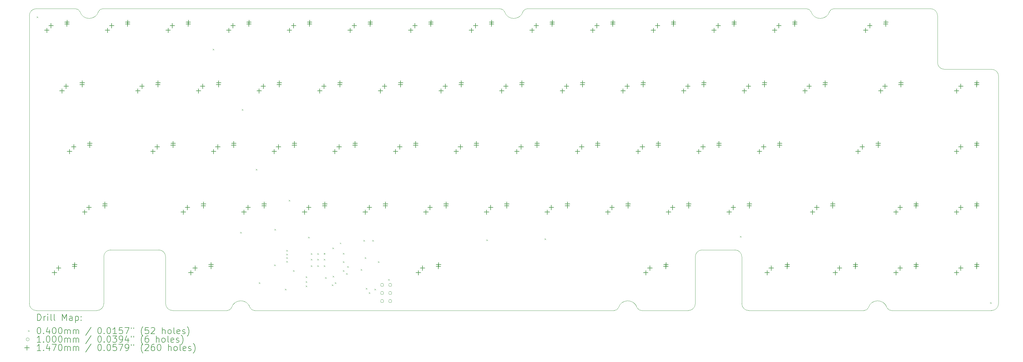
<source format=gbr>
%FSLAX45Y45*%
G04 Gerber Fmt 4.5, Leading zero omitted, Abs format (unit mm)*
G04 Created by KiCad (PCBNEW (6.0.1)) date 2022-06-10 16:34:41*
%MOMM*%
%LPD*%
G01*
G04 APERTURE LIST*
%TA.AperFunction,Profile*%
%ADD10C,0.050000*%
%TD*%
%ADD11C,0.200000*%
%ADD12C,0.040000*%
%ADD13C,0.100000*%
%ADD14C,0.147000*%
G04 APERTURE END LIST*
D10*
X19329400Y-11176000D02*
X20802600Y-11176222D01*
X2438400Y-10960100D02*
X2438400Y-9486900D01*
X30540960Y-10960100D02*
X30543500Y-3810000D01*
X7035800Y-11087100D02*
G75*
G03*
X6451600Y-11087100I-292100J-88984D01*
G01*
X317764Y-11175736D02*
X2222500Y-11176000D01*
X22479000Y-10960100D02*
G75*
G03*
X22694900Y-11176000I215900J0D01*
G01*
X2406463Y-1689100D02*
G75*
G03*
X2273300Y-1778000I0J-144183D01*
G01*
X30543500Y-3810000D02*
G75*
G03*
X30327600Y-3594100I-215900J0D01*
G01*
X22694900Y-11176000D02*
X26320937Y-11176000D01*
X7175500Y-11176000D02*
X18472337Y-11176000D01*
X4381500Y-9486900D02*
G75*
G03*
X4165600Y-9271000I-215900J0D01*
G01*
X19189700Y-11087100D02*
G75*
G03*
X18605500Y-11087100I-292100J-88984D01*
G01*
X2222500Y-11176000D02*
G75*
G03*
X2438400Y-10960100I0J215900D01*
G01*
X18472337Y-11176000D02*
G75*
G03*
X18605500Y-11087100I0J144183D01*
G01*
X24511000Y-1689100D02*
X15741463Y-1689100D01*
X14884400Y-1689100D02*
X2406463Y-1689100D01*
X28625800Y-1905000D02*
G75*
G03*
X28409900Y-1688854I-216146J0D01*
G01*
X28409900Y-1688854D02*
X27171463Y-1688630D01*
X28626064Y-3377936D02*
X28625800Y-1905000D01*
X27171463Y-1688630D02*
X25368063Y-1689100D01*
X101864Y-10959836D02*
X101864Y-1905264D01*
X28626064Y-3377936D02*
G75*
G03*
X28841964Y-3593836I215900J0D01*
G01*
X26320937Y-11176000D02*
G75*
G03*
X26454100Y-11087100I0J144183D01*
G01*
X7035800Y-11087100D02*
G75*
G03*
X7175500Y-11176000I139700J65314D01*
G01*
X27038300Y-11087100D02*
G75*
G03*
X26454100Y-11087100I-292100J-88984D01*
G01*
X22479000Y-9486900D02*
X22479000Y-10960100D01*
X2654300Y-9271000D02*
G75*
G03*
X2438400Y-9486900I0J-215900D01*
G01*
X4381764Y-10959836D02*
G75*
G03*
X4597664Y-11175736I215900J0D01*
G01*
X27178000Y-11176000D02*
X30325060Y-11176000D01*
X317764Y-1689364D02*
G75*
G03*
X101864Y-1905264I0J-215900D01*
G01*
X22479000Y-9486900D02*
G75*
G03*
X22263100Y-9271000I-215900J0D01*
G01*
X24650700Y-1778000D02*
G75*
G03*
X25234900Y-1778000I292100J88984D01*
G01*
X6318437Y-11176000D02*
G75*
G03*
X6451600Y-11087100I0J144183D01*
G01*
X4381500Y-9486900D02*
X4381764Y-10959836D01*
X30327600Y-3594100D02*
X28841964Y-3593836D01*
X21234400Y-9271000D02*
X22263100Y-9271000D01*
X30325060Y-11176000D02*
G75*
G03*
X30540960Y-10960100I0J215900D01*
G01*
X4597664Y-11175736D02*
X6318437Y-11176000D01*
X1689100Y-1778000D02*
G75*
G03*
X2273300Y-1778000I292100J88984D01*
G01*
X20802600Y-11176222D02*
G75*
G03*
X21018500Y-10960100I-222J216122D01*
G01*
X25368063Y-1689100D02*
G75*
G03*
X25234900Y-1778000I0J-144183D01*
G01*
X1549400Y-1689100D02*
X317764Y-1689364D01*
X15024100Y-1778000D02*
G75*
G03*
X15608300Y-1778000I292100J88984D01*
G01*
X101864Y-10959836D02*
G75*
G03*
X317764Y-11175736I215900J0D01*
G01*
X15741463Y-1689100D02*
G75*
G03*
X15608300Y-1778000I0J-144183D01*
G01*
X24650700Y-1778000D02*
G75*
G03*
X24511000Y-1689100I-139700J-65314D01*
G01*
X2654300Y-9271000D02*
X4165600Y-9271000D01*
X21018500Y-10960100D02*
X21018500Y-9486900D01*
X27038300Y-11087100D02*
G75*
G03*
X27178000Y-11176000I139700J65314D01*
G01*
X15024100Y-1778000D02*
G75*
G03*
X14884400Y-1689100I-139700J-65314D01*
G01*
X21234400Y-9271000D02*
G75*
G03*
X21018500Y-9486900I0J-215900D01*
G01*
X19189700Y-11087100D02*
G75*
G03*
X19329400Y-11176000I139700J65314D01*
G01*
X1689100Y-1778000D02*
G75*
G03*
X1549400Y-1689100I-139700J-65314D01*
G01*
D11*
D12*
X335600Y-1935800D02*
X375600Y-1975800D01*
X375600Y-1935800D02*
X335600Y-1975800D01*
X5860100Y-2951800D02*
X5900100Y-2991800D01*
X5900100Y-2951800D02*
X5860100Y-2991800D01*
X6723700Y-8704900D02*
X6763700Y-8744900D01*
X6763700Y-8704900D02*
X6723700Y-8744900D01*
X6774500Y-4844100D02*
X6814500Y-4884100D01*
X6814500Y-4844100D02*
X6774500Y-4884100D01*
X7219000Y-6723700D02*
X7259000Y-6763700D01*
X7259000Y-6723700D02*
X7219000Y-6763700D01*
X7307900Y-10292400D02*
X7347900Y-10332400D01*
X7347900Y-10292400D02*
X7307900Y-10332400D01*
X7790500Y-9733600D02*
X7830500Y-9773600D01*
X7830500Y-9733600D02*
X7790500Y-9773600D01*
X7803200Y-8616000D02*
X7843200Y-8656000D01*
X7843200Y-8616000D02*
X7803200Y-8656000D01*
X8133400Y-10495600D02*
X8173400Y-10535600D01*
X8173400Y-10495600D02*
X8133400Y-10535600D01*
X8171500Y-9276400D02*
X8211500Y-9316400D01*
X8211500Y-9276400D02*
X8171500Y-9316400D01*
X8171500Y-9390700D02*
X8211500Y-9430700D01*
X8211500Y-9390700D02*
X8171500Y-9430700D01*
X8171500Y-9505000D02*
X8211500Y-9545000D01*
X8211500Y-9505000D02*
X8171500Y-9545000D01*
X8171500Y-9619300D02*
X8211500Y-9659300D01*
X8211500Y-9619300D02*
X8171500Y-9659300D01*
X8247700Y-7701600D02*
X8287700Y-7741600D01*
X8287700Y-7701600D02*
X8247700Y-7741600D01*
X8384900Y-9911400D02*
X8424900Y-9951400D01*
X8424900Y-9911400D02*
X8384900Y-9951400D01*
X8781100Y-10101900D02*
X8821100Y-10141900D01*
X8821100Y-10101900D02*
X8781100Y-10141900D01*
X8781100Y-10254300D02*
X8821100Y-10294300D01*
X8821100Y-10254300D02*
X8781100Y-10294300D01*
X8781100Y-10394000D02*
X8821100Y-10434000D01*
X8821100Y-10394000D02*
X8781100Y-10434000D01*
X8857300Y-8857300D02*
X8897300Y-8897300D01*
X8897300Y-8857300D02*
X8857300Y-8897300D01*
X8946200Y-9378000D02*
X8986200Y-9418000D01*
X8986200Y-9378000D02*
X8946200Y-9418000D01*
X8946200Y-9555800D02*
X8986200Y-9595800D01*
X8986200Y-9555800D02*
X8946200Y-9595800D01*
X8946200Y-9759000D02*
X8986200Y-9799000D01*
X8986200Y-9759000D02*
X8946200Y-9799000D01*
X9149400Y-9378000D02*
X9189400Y-9418000D01*
X9189400Y-9378000D02*
X9149400Y-9418000D01*
X9149400Y-9555800D02*
X9189400Y-9595800D01*
X9189400Y-9555800D02*
X9149400Y-9595800D01*
X9149400Y-9759000D02*
X9189400Y-9799000D01*
X9189400Y-9759000D02*
X9149400Y-9799000D01*
X9352600Y-9370000D02*
X9392600Y-9410000D01*
X9392600Y-9370000D02*
X9352600Y-9410000D01*
X9352600Y-9555800D02*
X9392600Y-9595800D01*
X9392600Y-9555800D02*
X9352600Y-9595800D01*
X9352600Y-9759000D02*
X9392600Y-9799000D01*
X9392600Y-9759000D02*
X9352600Y-9799000D01*
X9390700Y-10127300D02*
X9430700Y-10167300D01*
X9430700Y-10127300D02*
X9390700Y-10167300D01*
X9606600Y-10355900D02*
X9646600Y-10395900D01*
X9646600Y-10355900D02*
X9606600Y-10395900D01*
X9619300Y-9200200D02*
X9659300Y-9240200D01*
X9659300Y-9200200D02*
X9619300Y-9240200D01*
X9632000Y-10089200D02*
X9672000Y-10129200D01*
X9672000Y-10089200D02*
X9632000Y-10129200D01*
X9695500Y-10292400D02*
X9735500Y-10332400D01*
X9735500Y-10292400D02*
X9695500Y-10332400D01*
X9854250Y-9041450D02*
X9894250Y-9081450D01*
X9894250Y-9041450D02*
X9854250Y-9081450D01*
X9949500Y-9365300D02*
X9989500Y-9405300D01*
X9989500Y-9365300D02*
X9949500Y-9405300D01*
X9949500Y-9632000D02*
X9989500Y-9672000D01*
X9989500Y-9632000D02*
X9949500Y-9672000D01*
X9949500Y-9911400D02*
X9989500Y-9951400D01*
X9989500Y-9911400D02*
X9949500Y-9951400D01*
X10051100Y-10000300D02*
X10091100Y-10040300D01*
X10091100Y-10000300D02*
X10051100Y-10040300D01*
X10089200Y-9784400D02*
X10129200Y-9824400D01*
X10129200Y-9784400D02*
X10089200Y-9824400D01*
X10508300Y-9873300D02*
X10548300Y-9913300D01*
X10548300Y-9873300D02*
X10508300Y-9913300D01*
X10597200Y-8958900D02*
X10637200Y-8998900D01*
X10637200Y-8958900D02*
X10597200Y-8998900D01*
X10635300Y-9505000D02*
X10675300Y-9545000D01*
X10675300Y-9505000D02*
X10635300Y-9545000D01*
X10673400Y-10470200D02*
X10713400Y-10510200D01*
X10713400Y-10470200D02*
X10673400Y-10510200D01*
X10762300Y-10603048D02*
X10802300Y-10643048D01*
X10802300Y-10603048D02*
X10762300Y-10643048D01*
X10876600Y-8958900D02*
X10916600Y-8998900D01*
X10916600Y-8958900D02*
X10876600Y-8998900D01*
X10940100Y-10495600D02*
X10980100Y-10535600D01*
X10980100Y-10495600D02*
X10940100Y-10535600D01*
X11054400Y-9632000D02*
X11094400Y-9672000D01*
X11094400Y-9632000D02*
X11054400Y-9672000D01*
X11371900Y-10190800D02*
X11411900Y-10230800D01*
X11411900Y-10190800D02*
X11371900Y-10230800D01*
X14458000Y-8946200D02*
X14498000Y-8986200D01*
X14498000Y-8946200D02*
X14458000Y-8986200D01*
X16286800Y-8908100D02*
X16326800Y-8948100D01*
X16326800Y-8908100D02*
X16286800Y-8948100D01*
X22420900Y-8831900D02*
X22460900Y-8871900D01*
X22460900Y-8831900D02*
X22420900Y-8871900D01*
X30282200Y-10914700D02*
X30322200Y-10954700D01*
X30322200Y-10914700D02*
X30282200Y-10954700D01*
D13*
X11231080Y-10369430D02*
G75*
G03*
X11231080Y-10369430I-50000J0D01*
G01*
X11231080Y-10623430D02*
G75*
G03*
X11231080Y-10623430I-50000J0D01*
G01*
X11231080Y-10877430D02*
G75*
G03*
X11231080Y-10877430I-50000J0D01*
G01*
X11485080Y-10369430D02*
G75*
G03*
X11485080Y-10369430I-50000J0D01*
G01*
X11485080Y-10623430D02*
G75*
G03*
X11485080Y-10623430I-50000J0D01*
G01*
X11485080Y-10877430D02*
G75*
G03*
X11485080Y-10877430I-50000J0D01*
G01*
D14*
X650875Y-2291875D02*
X650875Y-2438875D01*
X577375Y-2365375D02*
X724375Y-2365375D01*
X781875Y-2145875D02*
X781875Y-2292875D01*
X708375Y-2219375D02*
X855375Y-2219375D01*
X889000Y-9911875D02*
X889000Y-10058875D01*
X815500Y-9985375D02*
X962500Y-9985375D01*
X1020000Y-9765875D02*
X1020000Y-9912875D01*
X946500Y-9839375D02*
X1093500Y-9839375D01*
X1127125Y-4196875D02*
X1127125Y-4343875D01*
X1053625Y-4270375D02*
X1200625Y-4270375D01*
X1258125Y-4050875D02*
X1258125Y-4197875D01*
X1184625Y-4124375D02*
X1331625Y-4124375D01*
X1281875Y-2095875D02*
X1281875Y-2242875D01*
X1208375Y-2169375D02*
X1355375Y-2169375D01*
X1285875Y-2037875D02*
X1285875Y-2184875D01*
X1212375Y-2111375D02*
X1359375Y-2111375D01*
X1365250Y-6101875D02*
X1365250Y-6248875D01*
X1291750Y-6175375D02*
X1438750Y-6175375D01*
X1496250Y-5955875D02*
X1496250Y-6102875D01*
X1422750Y-6029375D02*
X1569750Y-6029375D01*
X1520000Y-9715875D02*
X1520000Y-9862875D01*
X1446500Y-9789375D02*
X1593500Y-9789375D01*
X1524000Y-9657875D02*
X1524000Y-9804875D01*
X1450500Y-9731375D02*
X1597500Y-9731375D01*
X1758125Y-4000875D02*
X1758125Y-4147875D01*
X1684625Y-4074375D02*
X1831625Y-4074375D01*
X1762125Y-3942875D02*
X1762125Y-4089875D01*
X1688625Y-4016375D02*
X1835625Y-4016375D01*
X1841500Y-8006875D02*
X1841500Y-8153875D01*
X1768000Y-8080375D02*
X1915000Y-8080375D01*
X1972500Y-7860875D02*
X1972500Y-8007875D01*
X1899000Y-7934375D02*
X2046000Y-7934375D01*
X1996250Y-5905875D02*
X1996250Y-6052875D01*
X1922750Y-5979375D02*
X2069750Y-5979375D01*
X2000250Y-5847875D02*
X2000250Y-5994875D01*
X1926750Y-5921375D02*
X2073750Y-5921375D01*
X2472500Y-7810875D02*
X2472500Y-7957875D01*
X2399000Y-7884375D02*
X2546000Y-7884375D01*
X2476500Y-7752875D02*
X2476500Y-7899875D01*
X2403000Y-7826375D02*
X2550000Y-7826375D01*
X2555875Y-2291875D02*
X2555875Y-2438875D01*
X2482375Y-2365375D02*
X2629375Y-2365375D01*
X2686875Y-2145875D02*
X2686875Y-2292875D01*
X2613375Y-2219375D02*
X2760375Y-2219375D01*
X3186875Y-2095875D02*
X3186875Y-2242875D01*
X3113375Y-2169375D02*
X3260375Y-2169375D01*
X3190875Y-2037875D02*
X3190875Y-2184875D01*
X3117375Y-2111375D02*
X3264375Y-2111375D01*
X3508375Y-4196875D02*
X3508375Y-4343875D01*
X3434875Y-4270375D02*
X3581875Y-4270375D01*
X3639375Y-4050875D02*
X3639375Y-4197875D01*
X3565875Y-4124375D02*
X3712875Y-4124375D01*
X3984625Y-6101875D02*
X3984625Y-6248875D01*
X3911125Y-6175375D02*
X4058125Y-6175375D01*
X4115625Y-5955875D02*
X4115625Y-6102875D01*
X4042125Y-6029375D02*
X4189125Y-6029375D01*
X4139375Y-4000875D02*
X4139375Y-4147875D01*
X4065875Y-4074375D02*
X4212875Y-4074375D01*
X4143375Y-3942875D02*
X4143375Y-4089875D01*
X4069875Y-4016375D02*
X4216875Y-4016375D01*
X4460875Y-2291875D02*
X4460875Y-2438875D01*
X4387375Y-2365375D02*
X4534375Y-2365375D01*
X4591875Y-2145875D02*
X4591875Y-2292875D01*
X4518375Y-2219375D02*
X4665375Y-2219375D01*
X4615625Y-5905875D02*
X4615625Y-6052875D01*
X4542125Y-5979375D02*
X4689125Y-5979375D01*
X4619625Y-5847875D02*
X4619625Y-5994875D01*
X4546125Y-5921375D02*
X4693125Y-5921375D01*
X4937125Y-8006875D02*
X4937125Y-8153875D01*
X4863625Y-8080375D02*
X5010625Y-8080375D01*
X5068125Y-7860875D02*
X5068125Y-8007875D01*
X4994625Y-7934375D02*
X5141625Y-7934375D01*
X5091875Y-2095875D02*
X5091875Y-2242875D01*
X5018375Y-2169375D02*
X5165375Y-2169375D01*
X5095875Y-2037875D02*
X5095875Y-2184875D01*
X5022375Y-2111375D02*
X5169375Y-2111375D01*
X5175250Y-9911875D02*
X5175250Y-10058875D01*
X5101750Y-9985375D02*
X5248750Y-9985375D01*
X5306250Y-9765875D02*
X5306250Y-9912875D01*
X5232750Y-9839375D02*
X5379750Y-9839375D01*
X5413375Y-4196875D02*
X5413375Y-4343875D01*
X5339875Y-4270375D02*
X5486875Y-4270375D01*
X5544375Y-4050875D02*
X5544375Y-4197875D01*
X5470875Y-4124375D02*
X5617875Y-4124375D01*
X5568125Y-7810875D02*
X5568125Y-7957875D01*
X5494625Y-7884375D02*
X5641625Y-7884375D01*
X5572125Y-7752875D02*
X5572125Y-7899875D01*
X5498625Y-7826375D02*
X5645625Y-7826375D01*
X5806250Y-9715875D02*
X5806250Y-9862875D01*
X5732750Y-9789375D02*
X5879750Y-9789375D01*
X5810250Y-9657875D02*
X5810250Y-9804875D01*
X5736750Y-9731375D02*
X5883750Y-9731375D01*
X5889625Y-6101875D02*
X5889625Y-6248875D01*
X5816125Y-6175375D02*
X5963125Y-6175375D01*
X6020625Y-5955875D02*
X6020625Y-6102875D01*
X5947125Y-6029375D02*
X6094125Y-6029375D01*
X6044375Y-4000875D02*
X6044375Y-4147875D01*
X5970875Y-4074375D02*
X6117875Y-4074375D01*
X6048375Y-3942875D02*
X6048375Y-4089875D01*
X5974875Y-4016375D02*
X6121875Y-4016375D01*
X6365875Y-2291875D02*
X6365875Y-2438875D01*
X6292375Y-2365375D02*
X6439375Y-2365375D01*
X6496875Y-2145875D02*
X6496875Y-2292875D01*
X6423375Y-2219375D02*
X6570375Y-2219375D01*
X6520625Y-5905875D02*
X6520625Y-6052875D01*
X6447125Y-5979375D02*
X6594125Y-5979375D01*
X6524625Y-5847875D02*
X6524625Y-5994875D01*
X6451125Y-5921375D02*
X6598125Y-5921375D01*
X6842125Y-8006875D02*
X6842125Y-8153875D01*
X6768625Y-8080375D02*
X6915625Y-8080375D01*
X6973125Y-7860875D02*
X6973125Y-8007875D01*
X6899625Y-7934375D02*
X7046625Y-7934375D01*
X6996875Y-2095875D02*
X6996875Y-2242875D01*
X6923375Y-2169375D02*
X7070375Y-2169375D01*
X7000875Y-2037875D02*
X7000875Y-2184875D01*
X6927375Y-2111375D02*
X7074375Y-2111375D01*
X7318375Y-4196875D02*
X7318375Y-4343875D01*
X7244875Y-4270375D02*
X7391875Y-4270375D01*
X7449375Y-4050875D02*
X7449375Y-4197875D01*
X7375875Y-4124375D02*
X7522875Y-4124375D01*
X7473125Y-7810875D02*
X7473125Y-7957875D01*
X7399625Y-7884375D02*
X7546625Y-7884375D01*
X7477125Y-7752875D02*
X7477125Y-7899875D01*
X7403625Y-7826375D02*
X7550625Y-7826375D01*
X7794625Y-6101875D02*
X7794625Y-6248875D01*
X7721125Y-6175375D02*
X7868125Y-6175375D01*
X7925625Y-5955875D02*
X7925625Y-6102875D01*
X7852125Y-6029375D02*
X7999125Y-6029375D01*
X7949375Y-4000875D02*
X7949375Y-4147875D01*
X7875875Y-4074375D02*
X8022875Y-4074375D01*
X7953375Y-3942875D02*
X7953375Y-4089875D01*
X7879875Y-4016375D02*
X8026875Y-4016375D01*
X8270875Y-2291875D02*
X8270875Y-2438875D01*
X8197375Y-2365375D02*
X8344375Y-2365375D01*
X8401875Y-2145875D02*
X8401875Y-2292875D01*
X8328375Y-2219375D02*
X8475375Y-2219375D01*
X8425625Y-5905875D02*
X8425625Y-6052875D01*
X8352125Y-5979375D02*
X8499125Y-5979375D01*
X8429625Y-5847875D02*
X8429625Y-5994875D01*
X8356125Y-5921375D02*
X8503125Y-5921375D01*
X8747125Y-8006875D02*
X8747125Y-8153875D01*
X8673625Y-8080375D02*
X8820625Y-8080375D01*
X8878125Y-7860875D02*
X8878125Y-8007875D01*
X8804625Y-7934375D02*
X8951625Y-7934375D01*
X8901875Y-2095875D02*
X8901875Y-2242875D01*
X8828375Y-2169375D02*
X8975375Y-2169375D01*
X8905875Y-2037875D02*
X8905875Y-2184875D01*
X8832375Y-2111375D02*
X8979375Y-2111375D01*
X9223375Y-4196875D02*
X9223375Y-4343875D01*
X9149875Y-4270375D02*
X9296875Y-4270375D01*
X9354375Y-4050875D02*
X9354375Y-4197875D01*
X9280875Y-4124375D02*
X9427875Y-4124375D01*
X9378125Y-7810875D02*
X9378125Y-7957875D01*
X9304625Y-7884375D02*
X9451625Y-7884375D01*
X9382125Y-7752875D02*
X9382125Y-7899875D01*
X9308625Y-7826375D02*
X9455625Y-7826375D01*
X9699625Y-6101875D02*
X9699625Y-6248875D01*
X9626125Y-6175375D02*
X9773125Y-6175375D01*
X9830625Y-5955875D02*
X9830625Y-6102875D01*
X9757125Y-6029375D02*
X9904125Y-6029375D01*
X9854375Y-4000875D02*
X9854375Y-4147875D01*
X9780875Y-4074375D02*
X9927875Y-4074375D01*
X9858375Y-3942875D02*
X9858375Y-4089875D01*
X9784875Y-4016375D02*
X9931875Y-4016375D01*
X10175875Y-2291875D02*
X10175875Y-2438875D01*
X10102375Y-2365375D02*
X10249375Y-2365375D01*
X10306875Y-2145875D02*
X10306875Y-2292875D01*
X10233375Y-2219375D02*
X10380375Y-2219375D01*
X10330625Y-5905875D02*
X10330625Y-6052875D01*
X10257125Y-5979375D02*
X10404125Y-5979375D01*
X10334625Y-5847875D02*
X10334625Y-5994875D01*
X10261125Y-5921375D02*
X10408125Y-5921375D01*
X10652125Y-8006875D02*
X10652125Y-8153875D01*
X10578625Y-8080375D02*
X10725625Y-8080375D01*
X10783125Y-7860875D02*
X10783125Y-8007875D01*
X10709625Y-7934375D02*
X10856625Y-7934375D01*
X10806875Y-2095875D02*
X10806875Y-2242875D01*
X10733375Y-2169375D02*
X10880375Y-2169375D01*
X10810875Y-2037875D02*
X10810875Y-2184875D01*
X10737375Y-2111375D02*
X10884375Y-2111375D01*
X11128375Y-4196875D02*
X11128375Y-4343875D01*
X11054875Y-4270375D02*
X11201875Y-4270375D01*
X11259375Y-4050875D02*
X11259375Y-4197875D01*
X11185875Y-4124375D02*
X11332875Y-4124375D01*
X11283125Y-7810875D02*
X11283125Y-7957875D01*
X11209625Y-7884375D02*
X11356625Y-7884375D01*
X11287125Y-7752875D02*
X11287125Y-7899875D01*
X11213625Y-7826375D02*
X11360625Y-7826375D01*
X11604625Y-6101875D02*
X11604625Y-6248875D01*
X11531125Y-6175375D02*
X11678125Y-6175375D01*
X11735625Y-5955875D02*
X11735625Y-6102875D01*
X11662125Y-6029375D02*
X11809125Y-6029375D01*
X11759375Y-4000875D02*
X11759375Y-4147875D01*
X11685875Y-4074375D02*
X11832875Y-4074375D01*
X11763375Y-3942875D02*
X11763375Y-4089875D01*
X11689875Y-4016375D02*
X11836875Y-4016375D01*
X12080875Y-2291875D02*
X12080875Y-2438875D01*
X12007375Y-2365375D02*
X12154375Y-2365375D01*
X12211875Y-2145875D02*
X12211875Y-2292875D01*
X12138375Y-2219375D02*
X12285375Y-2219375D01*
X12235625Y-5905875D02*
X12235625Y-6052875D01*
X12162125Y-5979375D02*
X12309125Y-5979375D01*
X12239625Y-5847875D02*
X12239625Y-5994875D01*
X12166125Y-5921375D02*
X12313125Y-5921375D01*
X12319000Y-9911875D02*
X12319000Y-10058875D01*
X12245500Y-9985375D02*
X12392500Y-9985375D01*
X12450000Y-9765875D02*
X12450000Y-9912875D01*
X12376500Y-9839375D02*
X12523500Y-9839375D01*
X12557125Y-8006875D02*
X12557125Y-8153875D01*
X12483625Y-8080375D02*
X12630625Y-8080375D01*
X12688125Y-7860875D02*
X12688125Y-8007875D01*
X12614625Y-7934375D02*
X12761625Y-7934375D01*
X12711875Y-2095875D02*
X12711875Y-2242875D01*
X12638375Y-2169375D02*
X12785375Y-2169375D01*
X12715875Y-2037875D02*
X12715875Y-2184875D01*
X12642375Y-2111375D02*
X12789375Y-2111375D01*
X12950000Y-9715875D02*
X12950000Y-9862875D01*
X12876500Y-9789375D02*
X13023500Y-9789375D01*
X12954000Y-9657875D02*
X12954000Y-9804875D01*
X12880500Y-9731375D02*
X13027500Y-9731375D01*
X13033375Y-4196875D02*
X13033375Y-4343875D01*
X12959875Y-4270375D02*
X13106875Y-4270375D01*
X13164375Y-4050875D02*
X13164375Y-4197875D01*
X13090875Y-4124375D02*
X13237875Y-4124375D01*
X13188125Y-7810875D02*
X13188125Y-7957875D01*
X13114625Y-7884375D02*
X13261625Y-7884375D01*
X13192125Y-7752875D02*
X13192125Y-7899875D01*
X13118625Y-7826375D02*
X13265625Y-7826375D01*
X13509625Y-6101875D02*
X13509625Y-6248875D01*
X13436125Y-6175375D02*
X13583125Y-6175375D01*
X13640625Y-5955875D02*
X13640625Y-6102875D01*
X13567125Y-6029375D02*
X13714125Y-6029375D01*
X13664375Y-4000875D02*
X13664375Y-4147875D01*
X13590875Y-4074375D02*
X13737875Y-4074375D01*
X13668375Y-3942875D02*
X13668375Y-4089875D01*
X13594875Y-4016375D02*
X13741875Y-4016375D01*
X13985875Y-2291875D02*
X13985875Y-2438875D01*
X13912375Y-2365375D02*
X14059375Y-2365375D01*
X14116875Y-2145875D02*
X14116875Y-2292875D01*
X14043375Y-2219375D02*
X14190375Y-2219375D01*
X14140625Y-5905875D02*
X14140625Y-6052875D01*
X14067125Y-5979375D02*
X14214125Y-5979375D01*
X14144625Y-5847875D02*
X14144625Y-5994875D01*
X14071125Y-5921375D02*
X14218125Y-5921375D01*
X14462125Y-8006875D02*
X14462125Y-8153875D01*
X14388625Y-8080375D02*
X14535625Y-8080375D01*
X14593125Y-7860875D02*
X14593125Y-8007875D01*
X14519625Y-7934375D02*
X14666625Y-7934375D01*
X14616875Y-2095875D02*
X14616875Y-2242875D01*
X14543375Y-2169375D02*
X14690375Y-2169375D01*
X14620875Y-2037875D02*
X14620875Y-2184875D01*
X14547375Y-2111375D02*
X14694375Y-2111375D01*
X14938375Y-4196875D02*
X14938375Y-4343875D01*
X14864875Y-4270375D02*
X15011875Y-4270375D01*
X15069375Y-4050875D02*
X15069375Y-4197875D01*
X14995875Y-4124375D02*
X15142875Y-4124375D01*
X15093125Y-7810875D02*
X15093125Y-7957875D01*
X15019625Y-7884375D02*
X15166625Y-7884375D01*
X15097125Y-7752875D02*
X15097125Y-7899875D01*
X15023625Y-7826375D02*
X15170625Y-7826375D01*
X15414625Y-6101875D02*
X15414625Y-6248875D01*
X15341125Y-6175375D02*
X15488125Y-6175375D01*
X15545625Y-5955875D02*
X15545625Y-6102875D01*
X15472125Y-6029375D02*
X15619125Y-6029375D01*
X15569375Y-4000875D02*
X15569375Y-4147875D01*
X15495875Y-4074375D02*
X15642875Y-4074375D01*
X15573375Y-3942875D02*
X15573375Y-4089875D01*
X15499875Y-4016375D02*
X15646875Y-4016375D01*
X15890875Y-2291875D02*
X15890875Y-2438875D01*
X15817375Y-2365375D02*
X15964375Y-2365375D01*
X16021875Y-2145875D02*
X16021875Y-2292875D01*
X15948375Y-2219375D02*
X16095375Y-2219375D01*
X16045625Y-5905875D02*
X16045625Y-6052875D01*
X15972125Y-5979375D02*
X16119125Y-5979375D01*
X16049625Y-5847875D02*
X16049625Y-5994875D01*
X15976125Y-5921375D02*
X16123125Y-5921375D01*
X16367125Y-8006875D02*
X16367125Y-8153875D01*
X16293625Y-8080375D02*
X16440625Y-8080375D01*
X16498125Y-7860875D02*
X16498125Y-8007875D01*
X16424625Y-7934375D02*
X16571625Y-7934375D01*
X16521875Y-2095875D02*
X16521875Y-2242875D01*
X16448375Y-2169375D02*
X16595375Y-2169375D01*
X16525875Y-2037875D02*
X16525875Y-2184875D01*
X16452375Y-2111375D02*
X16599375Y-2111375D01*
X16843375Y-4196875D02*
X16843375Y-4343875D01*
X16769875Y-4270375D02*
X16916875Y-4270375D01*
X16974375Y-4050875D02*
X16974375Y-4197875D01*
X16900875Y-4124375D02*
X17047875Y-4124375D01*
X16998125Y-7810875D02*
X16998125Y-7957875D01*
X16924625Y-7884375D02*
X17071625Y-7884375D01*
X17002125Y-7752875D02*
X17002125Y-7899875D01*
X16928625Y-7826375D02*
X17075625Y-7826375D01*
X17319625Y-6101875D02*
X17319625Y-6248875D01*
X17246125Y-6175375D02*
X17393125Y-6175375D01*
X17450625Y-5955875D02*
X17450625Y-6102875D01*
X17377125Y-6029375D02*
X17524125Y-6029375D01*
X17474375Y-4000875D02*
X17474375Y-4147875D01*
X17400875Y-4074375D02*
X17547875Y-4074375D01*
X17478375Y-3942875D02*
X17478375Y-4089875D01*
X17404875Y-4016375D02*
X17551875Y-4016375D01*
X17795875Y-2291875D02*
X17795875Y-2438875D01*
X17722375Y-2365375D02*
X17869375Y-2365375D01*
X17926875Y-2145875D02*
X17926875Y-2292875D01*
X17853375Y-2219375D02*
X18000375Y-2219375D01*
X17950625Y-5905875D02*
X17950625Y-6052875D01*
X17877125Y-5979375D02*
X18024125Y-5979375D01*
X17954625Y-5847875D02*
X17954625Y-5994875D01*
X17881125Y-5921375D02*
X18028125Y-5921375D01*
X18272125Y-8006875D02*
X18272125Y-8153875D01*
X18198625Y-8080375D02*
X18345625Y-8080375D01*
X18403125Y-7860875D02*
X18403125Y-8007875D01*
X18329625Y-7934375D02*
X18476625Y-7934375D01*
X18426875Y-2095875D02*
X18426875Y-2242875D01*
X18353375Y-2169375D02*
X18500375Y-2169375D01*
X18430875Y-2037875D02*
X18430875Y-2184875D01*
X18357375Y-2111375D02*
X18504375Y-2111375D01*
X18748375Y-4196875D02*
X18748375Y-4343875D01*
X18674875Y-4270375D02*
X18821875Y-4270375D01*
X18879375Y-4050875D02*
X18879375Y-4197875D01*
X18805875Y-4124375D02*
X18952875Y-4124375D01*
X18903125Y-7810875D02*
X18903125Y-7957875D01*
X18829625Y-7884375D02*
X18976625Y-7884375D01*
X18907125Y-7752875D02*
X18907125Y-7899875D01*
X18833625Y-7826375D02*
X18980625Y-7826375D01*
X19224625Y-6101875D02*
X19224625Y-6248875D01*
X19151125Y-6175375D02*
X19298125Y-6175375D01*
X19355625Y-5955875D02*
X19355625Y-6102875D01*
X19282125Y-6029375D02*
X19429125Y-6029375D01*
X19379375Y-4000875D02*
X19379375Y-4147875D01*
X19305875Y-4074375D02*
X19452875Y-4074375D01*
X19383375Y-3942875D02*
X19383375Y-4089875D01*
X19309875Y-4016375D02*
X19456875Y-4016375D01*
X19462750Y-9911875D02*
X19462750Y-10058875D01*
X19389250Y-9985375D02*
X19536250Y-9985375D01*
X19593750Y-9765875D02*
X19593750Y-9912875D01*
X19520250Y-9839375D02*
X19667250Y-9839375D01*
X19700875Y-2291875D02*
X19700875Y-2438875D01*
X19627375Y-2365375D02*
X19774375Y-2365375D01*
X19831875Y-2145875D02*
X19831875Y-2292875D01*
X19758375Y-2219375D02*
X19905375Y-2219375D01*
X19855625Y-5905875D02*
X19855625Y-6052875D01*
X19782125Y-5979375D02*
X19929125Y-5979375D01*
X19859625Y-5847875D02*
X19859625Y-5994875D01*
X19786125Y-5921375D02*
X19933125Y-5921375D01*
X20093750Y-9715875D02*
X20093750Y-9862875D01*
X20020250Y-9789375D02*
X20167250Y-9789375D01*
X20097750Y-9657875D02*
X20097750Y-9804875D01*
X20024250Y-9731375D02*
X20171250Y-9731375D01*
X20177125Y-8006875D02*
X20177125Y-8153875D01*
X20103625Y-8080375D02*
X20250625Y-8080375D01*
X20308125Y-7860875D02*
X20308125Y-8007875D01*
X20234625Y-7934375D02*
X20381625Y-7934375D01*
X20331875Y-2095875D02*
X20331875Y-2242875D01*
X20258375Y-2169375D02*
X20405375Y-2169375D01*
X20335875Y-2037875D02*
X20335875Y-2184875D01*
X20262375Y-2111375D02*
X20409375Y-2111375D01*
X20653375Y-4196875D02*
X20653375Y-4343875D01*
X20579875Y-4270375D02*
X20726875Y-4270375D01*
X20784375Y-4050875D02*
X20784375Y-4197875D01*
X20710875Y-4124375D02*
X20857875Y-4124375D01*
X20808125Y-7810875D02*
X20808125Y-7957875D01*
X20734625Y-7884375D02*
X20881625Y-7884375D01*
X20812125Y-7752875D02*
X20812125Y-7899875D01*
X20738625Y-7826375D02*
X20885625Y-7826375D01*
X21129625Y-6101875D02*
X21129625Y-6248875D01*
X21056125Y-6175375D02*
X21203125Y-6175375D01*
X21260625Y-5955875D02*
X21260625Y-6102875D01*
X21187125Y-6029375D02*
X21334125Y-6029375D01*
X21284375Y-4000875D02*
X21284375Y-4147875D01*
X21210875Y-4074375D02*
X21357875Y-4074375D01*
X21288375Y-3942875D02*
X21288375Y-4089875D01*
X21214875Y-4016375D02*
X21361875Y-4016375D01*
X21605875Y-2291875D02*
X21605875Y-2438875D01*
X21532375Y-2365375D02*
X21679375Y-2365375D01*
X21736875Y-2145875D02*
X21736875Y-2292875D01*
X21663375Y-2219375D02*
X21810375Y-2219375D01*
X21760625Y-5905875D02*
X21760625Y-6052875D01*
X21687125Y-5979375D02*
X21834125Y-5979375D01*
X21764625Y-5847875D02*
X21764625Y-5994875D01*
X21691125Y-5921375D02*
X21838125Y-5921375D01*
X22082125Y-8006875D02*
X22082125Y-8153875D01*
X22008625Y-8080375D02*
X22155625Y-8080375D01*
X22213125Y-7860875D02*
X22213125Y-8007875D01*
X22139625Y-7934375D02*
X22286625Y-7934375D01*
X22236875Y-2095875D02*
X22236875Y-2242875D01*
X22163375Y-2169375D02*
X22310375Y-2169375D01*
X22240875Y-2037875D02*
X22240875Y-2184875D01*
X22167375Y-2111375D02*
X22314375Y-2111375D01*
X22558375Y-4196875D02*
X22558375Y-4343875D01*
X22484875Y-4270375D02*
X22631875Y-4270375D01*
X22689375Y-4050875D02*
X22689375Y-4197875D01*
X22615875Y-4124375D02*
X22762875Y-4124375D01*
X22713125Y-7810875D02*
X22713125Y-7957875D01*
X22639625Y-7884375D02*
X22786625Y-7884375D01*
X22717125Y-7752875D02*
X22717125Y-7899875D01*
X22643625Y-7826375D02*
X22790625Y-7826375D01*
X23034625Y-6101875D02*
X23034625Y-6248875D01*
X22961125Y-6175375D02*
X23108125Y-6175375D01*
X23165625Y-5955875D02*
X23165625Y-6102875D01*
X23092125Y-6029375D02*
X23239125Y-6029375D01*
X23189375Y-4000875D02*
X23189375Y-4147875D01*
X23115875Y-4074375D02*
X23262875Y-4074375D01*
X23193375Y-3942875D02*
X23193375Y-4089875D01*
X23119875Y-4016375D02*
X23266875Y-4016375D01*
X23272750Y-9911875D02*
X23272750Y-10058875D01*
X23199250Y-9985375D02*
X23346250Y-9985375D01*
X23403750Y-9765875D02*
X23403750Y-9912875D01*
X23330250Y-9839375D02*
X23477250Y-9839375D01*
X23510875Y-2291875D02*
X23510875Y-2438875D01*
X23437375Y-2365375D02*
X23584375Y-2365375D01*
X23641875Y-2145875D02*
X23641875Y-2292875D01*
X23568375Y-2219375D02*
X23715375Y-2219375D01*
X23665625Y-5905875D02*
X23665625Y-6052875D01*
X23592125Y-5979375D02*
X23739125Y-5979375D01*
X23669625Y-5847875D02*
X23669625Y-5994875D01*
X23596125Y-5921375D02*
X23743125Y-5921375D01*
X23903750Y-9715875D02*
X23903750Y-9862875D01*
X23830250Y-9789375D02*
X23977250Y-9789375D01*
X23907750Y-9657875D02*
X23907750Y-9804875D01*
X23834250Y-9731375D02*
X23981250Y-9731375D01*
X24141875Y-2095875D02*
X24141875Y-2242875D01*
X24068375Y-2169375D02*
X24215375Y-2169375D01*
X24145875Y-2037875D02*
X24145875Y-2184875D01*
X24072375Y-2111375D02*
X24219375Y-2111375D01*
X24463375Y-4196875D02*
X24463375Y-4343875D01*
X24389875Y-4270375D02*
X24536875Y-4270375D01*
X24594375Y-4050875D02*
X24594375Y-4197875D01*
X24520875Y-4124375D02*
X24667875Y-4124375D01*
X24701500Y-8006875D02*
X24701500Y-8153875D01*
X24628000Y-8080375D02*
X24775000Y-8080375D01*
X24832500Y-7860875D02*
X24832500Y-8007875D01*
X24759000Y-7934375D02*
X24906000Y-7934375D01*
X25094375Y-4000875D02*
X25094375Y-4147875D01*
X25020875Y-4074375D02*
X25167875Y-4074375D01*
X25098375Y-3942875D02*
X25098375Y-4089875D01*
X25024875Y-4016375D02*
X25171875Y-4016375D01*
X25332500Y-7810875D02*
X25332500Y-7957875D01*
X25259000Y-7884375D02*
X25406000Y-7884375D01*
X25336500Y-7752875D02*
X25336500Y-7899875D01*
X25263000Y-7826375D02*
X25410000Y-7826375D01*
X25415875Y-9911875D02*
X25415875Y-10058875D01*
X25342375Y-9985375D02*
X25489375Y-9985375D01*
X25546875Y-9765875D02*
X25546875Y-9912875D01*
X25473375Y-9839375D02*
X25620375Y-9839375D01*
X26046875Y-9715875D02*
X26046875Y-9862875D01*
X25973375Y-9789375D02*
X26120375Y-9789375D01*
X26050875Y-9657875D02*
X26050875Y-9804875D01*
X25977375Y-9731375D02*
X26124375Y-9731375D01*
X26130250Y-6101875D02*
X26130250Y-6248875D01*
X26056750Y-6175375D02*
X26203750Y-6175375D01*
X26261250Y-5955875D02*
X26261250Y-6102875D01*
X26187750Y-6029375D02*
X26334750Y-6029375D01*
X26368375Y-2291875D02*
X26368375Y-2438875D01*
X26294875Y-2365375D02*
X26441875Y-2365375D01*
X26499375Y-2145875D02*
X26499375Y-2292875D01*
X26425875Y-2219375D02*
X26572875Y-2219375D01*
X26761250Y-5905875D02*
X26761250Y-6052875D01*
X26687750Y-5979375D02*
X26834750Y-5979375D01*
X26765250Y-5847875D02*
X26765250Y-5994875D01*
X26691750Y-5921375D02*
X26838750Y-5921375D01*
X26844625Y-4196875D02*
X26844625Y-4343875D01*
X26771125Y-4270375D02*
X26918125Y-4270375D01*
X26975625Y-4050875D02*
X26975625Y-4197875D01*
X26902125Y-4124375D02*
X27049125Y-4124375D01*
X26999375Y-2095875D02*
X26999375Y-2242875D01*
X26925875Y-2169375D02*
X27072875Y-2169375D01*
X27003375Y-2037875D02*
X27003375Y-2184875D01*
X26929875Y-2111375D02*
X27076875Y-2111375D01*
X27320875Y-8006875D02*
X27320875Y-8153875D01*
X27247375Y-8080375D02*
X27394375Y-8080375D01*
X27320875Y-9911875D02*
X27320875Y-10058875D01*
X27247375Y-9985375D02*
X27394375Y-9985375D01*
X27451875Y-7860875D02*
X27451875Y-8007875D01*
X27378375Y-7934375D02*
X27525375Y-7934375D01*
X27451875Y-9765875D02*
X27451875Y-9912875D01*
X27378375Y-9839375D02*
X27525375Y-9839375D01*
X27475625Y-4000875D02*
X27475625Y-4147875D01*
X27402125Y-4074375D02*
X27549125Y-4074375D01*
X27479625Y-3942875D02*
X27479625Y-4089875D01*
X27406125Y-4016375D02*
X27553125Y-4016375D01*
X27951875Y-7810875D02*
X27951875Y-7957875D01*
X27878375Y-7884375D02*
X28025375Y-7884375D01*
X27951875Y-9715875D02*
X27951875Y-9862875D01*
X27878375Y-9789375D02*
X28025375Y-9789375D01*
X27955875Y-7752875D02*
X27955875Y-7899875D01*
X27882375Y-7826375D02*
X28029375Y-7826375D01*
X27955875Y-9657875D02*
X27955875Y-9804875D01*
X27882375Y-9731375D02*
X28029375Y-9731375D01*
X29225875Y-4196875D02*
X29225875Y-4343875D01*
X29152375Y-4270375D02*
X29299375Y-4270375D01*
X29225875Y-6101875D02*
X29225875Y-6248875D01*
X29152375Y-6175375D02*
X29299375Y-6175375D01*
X29225875Y-8006875D02*
X29225875Y-8153875D01*
X29152375Y-8080375D02*
X29299375Y-8080375D01*
X29225875Y-9911875D02*
X29225875Y-10058875D01*
X29152375Y-9985375D02*
X29299375Y-9985375D01*
X29356875Y-4050875D02*
X29356875Y-4197875D01*
X29283375Y-4124375D02*
X29430375Y-4124375D01*
X29356875Y-5955875D02*
X29356875Y-6102875D01*
X29283375Y-6029375D02*
X29430375Y-6029375D01*
X29356875Y-7860875D02*
X29356875Y-8007875D01*
X29283375Y-7934375D02*
X29430375Y-7934375D01*
X29356875Y-9765875D02*
X29356875Y-9912875D01*
X29283375Y-9839375D02*
X29430375Y-9839375D01*
X29856875Y-4000875D02*
X29856875Y-4147875D01*
X29783375Y-4074375D02*
X29930375Y-4074375D01*
X29856875Y-5905875D02*
X29856875Y-6052875D01*
X29783375Y-5979375D02*
X29930375Y-5979375D01*
X29856875Y-7810875D02*
X29856875Y-7957875D01*
X29783375Y-7884375D02*
X29930375Y-7884375D01*
X29856875Y-9715875D02*
X29856875Y-9862875D01*
X29783375Y-9789375D02*
X29930375Y-9789375D01*
X29860875Y-3942875D02*
X29860875Y-4089875D01*
X29787375Y-4016375D02*
X29934375Y-4016375D01*
X29860875Y-5847875D02*
X29860875Y-5994875D01*
X29787375Y-5921375D02*
X29934375Y-5921375D01*
X29860875Y-7752875D02*
X29860875Y-7899875D01*
X29787375Y-7826375D02*
X29934375Y-7826375D01*
X29860875Y-9657875D02*
X29860875Y-9804875D01*
X29787375Y-9731375D02*
X29934375Y-9731375D01*
D11*
X356983Y-11489198D02*
X356983Y-11289198D01*
X404602Y-11289198D01*
X433174Y-11298722D01*
X452221Y-11317770D01*
X461745Y-11336817D01*
X471269Y-11374913D01*
X471269Y-11403484D01*
X461745Y-11441579D01*
X452221Y-11460627D01*
X433174Y-11479675D01*
X404602Y-11489198D01*
X356983Y-11489198D01*
X556983Y-11489198D02*
X556983Y-11355865D01*
X556983Y-11393960D02*
X566507Y-11374913D01*
X576031Y-11365389D01*
X595079Y-11355865D01*
X614126Y-11355865D01*
X680793Y-11489198D02*
X680793Y-11355865D01*
X680793Y-11289198D02*
X671269Y-11298722D01*
X680793Y-11308246D01*
X690317Y-11298722D01*
X680793Y-11289198D01*
X680793Y-11308246D01*
X804602Y-11489198D02*
X785555Y-11479675D01*
X776031Y-11460627D01*
X776031Y-11289198D01*
X909364Y-11489198D02*
X890317Y-11479675D01*
X880793Y-11460627D01*
X880793Y-11289198D01*
X1137936Y-11489198D02*
X1137936Y-11289198D01*
X1204602Y-11432056D01*
X1271269Y-11289198D01*
X1271269Y-11489198D01*
X1452221Y-11489198D02*
X1452221Y-11384436D01*
X1442698Y-11365389D01*
X1423650Y-11355865D01*
X1385555Y-11355865D01*
X1366507Y-11365389D01*
X1452221Y-11479675D02*
X1433174Y-11489198D01*
X1385555Y-11489198D01*
X1366507Y-11479675D01*
X1356983Y-11460627D01*
X1356983Y-11441579D01*
X1366507Y-11422532D01*
X1385555Y-11413008D01*
X1433174Y-11413008D01*
X1452221Y-11403484D01*
X1547460Y-11355865D02*
X1547460Y-11555865D01*
X1547460Y-11365389D02*
X1566507Y-11355865D01*
X1604602Y-11355865D01*
X1623650Y-11365389D01*
X1633174Y-11374913D01*
X1642698Y-11393960D01*
X1642698Y-11451103D01*
X1633174Y-11470151D01*
X1623650Y-11479675D01*
X1604602Y-11489198D01*
X1566507Y-11489198D01*
X1547460Y-11479675D01*
X1728412Y-11470151D02*
X1737936Y-11479675D01*
X1728412Y-11489198D01*
X1718888Y-11479675D01*
X1728412Y-11470151D01*
X1728412Y-11489198D01*
X1728412Y-11365389D02*
X1737936Y-11374913D01*
X1728412Y-11384436D01*
X1718888Y-11374913D01*
X1728412Y-11365389D01*
X1728412Y-11384436D01*
D12*
X59364Y-11798722D02*
X99364Y-11838722D01*
X99364Y-11798722D02*
X59364Y-11838722D01*
D11*
X395079Y-11709198D02*
X414126Y-11709198D01*
X433174Y-11718722D01*
X442698Y-11728246D01*
X452221Y-11747294D01*
X461745Y-11785389D01*
X461745Y-11833008D01*
X452221Y-11871103D01*
X442698Y-11890151D01*
X433174Y-11899675D01*
X414126Y-11909198D01*
X395079Y-11909198D01*
X376031Y-11899675D01*
X366507Y-11890151D01*
X356983Y-11871103D01*
X347460Y-11833008D01*
X347460Y-11785389D01*
X356983Y-11747294D01*
X366507Y-11728246D01*
X376031Y-11718722D01*
X395079Y-11709198D01*
X547460Y-11890151D02*
X556983Y-11899675D01*
X547460Y-11909198D01*
X537936Y-11899675D01*
X547460Y-11890151D01*
X547460Y-11909198D01*
X728412Y-11775865D02*
X728412Y-11909198D01*
X680793Y-11699675D02*
X633174Y-11842532D01*
X756983Y-11842532D01*
X871269Y-11709198D02*
X890317Y-11709198D01*
X909364Y-11718722D01*
X918888Y-11728246D01*
X928412Y-11747294D01*
X937936Y-11785389D01*
X937936Y-11833008D01*
X928412Y-11871103D01*
X918888Y-11890151D01*
X909364Y-11899675D01*
X890317Y-11909198D01*
X871269Y-11909198D01*
X852221Y-11899675D01*
X842698Y-11890151D01*
X833174Y-11871103D01*
X823650Y-11833008D01*
X823650Y-11785389D01*
X833174Y-11747294D01*
X842698Y-11728246D01*
X852221Y-11718722D01*
X871269Y-11709198D01*
X1061745Y-11709198D02*
X1080793Y-11709198D01*
X1099841Y-11718722D01*
X1109364Y-11728246D01*
X1118888Y-11747294D01*
X1128412Y-11785389D01*
X1128412Y-11833008D01*
X1118888Y-11871103D01*
X1109364Y-11890151D01*
X1099841Y-11899675D01*
X1080793Y-11909198D01*
X1061745Y-11909198D01*
X1042698Y-11899675D01*
X1033174Y-11890151D01*
X1023650Y-11871103D01*
X1014126Y-11833008D01*
X1014126Y-11785389D01*
X1023650Y-11747294D01*
X1033174Y-11728246D01*
X1042698Y-11718722D01*
X1061745Y-11709198D01*
X1214126Y-11909198D02*
X1214126Y-11775865D01*
X1214126Y-11794913D02*
X1223650Y-11785389D01*
X1242698Y-11775865D01*
X1271269Y-11775865D01*
X1290317Y-11785389D01*
X1299841Y-11804436D01*
X1299841Y-11909198D01*
X1299841Y-11804436D02*
X1309364Y-11785389D01*
X1328412Y-11775865D01*
X1356983Y-11775865D01*
X1376031Y-11785389D01*
X1385555Y-11804436D01*
X1385555Y-11909198D01*
X1480793Y-11909198D02*
X1480793Y-11775865D01*
X1480793Y-11794913D02*
X1490317Y-11785389D01*
X1509364Y-11775865D01*
X1537936Y-11775865D01*
X1556983Y-11785389D01*
X1566507Y-11804436D01*
X1566507Y-11909198D01*
X1566507Y-11804436D02*
X1576031Y-11785389D01*
X1595079Y-11775865D01*
X1623650Y-11775865D01*
X1642698Y-11785389D01*
X1652221Y-11804436D01*
X1652221Y-11909198D01*
X2042698Y-11699675D02*
X1871269Y-11956817D01*
X2299841Y-11709198D02*
X2318888Y-11709198D01*
X2337936Y-11718722D01*
X2347460Y-11728246D01*
X2356983Y-11747294D01*
X2366507Y-11785389D01*
X2366507Y-11833008D01*
X2356983Y-11871103D01*
X2347460Y-11890151D01*
X2337936Y-11899675D01*
X2318888Y-11909198D01*
X2299841Y-11909198D01*
X2280793Y-11899675D01*
X2271269Y-11890151D01*
X2261745Y-11871103D01*
X2252222Y-11833008D01*
X2252222Y-11785389D01*
X2261745Y-11747294D01*
X2271269Y-11728246D01*
X2280793Y-11718722D01*
X2299841Y-11709198D01*
X2452222Y-11890151D02*
X2461745Y-11899675D01*
X2452222Y-11909198D01*
X2442698Y-11899675D01*
X2452222Y-11890151D01*
X2452222Y-11909198D01*
X2585555Y-11709198D02*
X2604602Y-11709198D01*
X2623650Y-11718722D01*
X2633174Y-11728246D01*
X2642698Y-11747294D01*
X2652222Y-11785389D01*
X2652222Y-11833008D01*
X2642698Y-11871103D01*
X2633174Y-11890151D01*
X2623650Y-11899675D01*
X2604602Y-11909198D01*
X2585555Y-11909198D01*
X2566507Y-11899675D01*
X2556983Y-11890151D01*
X2547460Y-11871103D01*
X2537936Y-11833008D01*
X2537936Y-11785389D01*
X2547460Y-11747294D01*
X2556983Y-11728246D01*
X2566507Y-11718722D01*
X2585555Y-11709198D01*
X2842698Y-11909198D02*
X2728412Y-11909198D01*
X2785555Y-11909198D02*
X2785555Y-11709198D01*
X2766507Y-11737770D01*
X2747460Y-11756817D01*
X2728412Y-11766341D01*
X3023650Y-11709198D02*
X2928412Y-11709198D01*
X2918888Y-11804436D01*
X2928412Y-11794913D01*
X2947460Y-11785389D01*
X2995079Y-11785389D01*
X3014126Y-11794913D01*
X3023650Y-11804436D01*
X3033174Y-11823484D01*
X3033174Y-11871103D01*
X3023650Y-11890151D01*
X3014126Y-11899675D01*
X2995079Y-11909198D01*
X2947460Y-11909198D01*
X2928412Y-11899675D01*
X2918888Y-11890151D01*
X3099840Y-11709198D02*
X3233174Y-11709198D01*
X3147460Y-11909198D01*
X3299840Y-11709198D02*
X3299840Y-11747294D01*
X3376031Y-11709198D02*
X3376031Y-11747294D01*
X3671269Y-11985389D02*
X3661745Y-11975865D01*
X3642698Y-11947294D01*
X3633174Y-11928246D01*
X3623650Y-11899675D01*
X3614126Y-11852056D01*
X3614126Y-11813960D01*
X3623650Y-11766341D01*
X3633174Y-11737770D01*
X3642698Y-11718722D01*
X3661745Y-11690151D01*
X3671269Y-11680627D01*
X3842698Y-11709198D02*
X3747460Y-11709198D01*
X3737936Y-11804436D01*
X3747460Y-11794913D01*
X3766507Y-11785389D01*
X3814126Y-11785389D01*
X3833174Y-11794913D01*
X3842698Y-11804436D01*
X3852221Y-11823484D01*
X3852221Y-11871103D01*
X3842698Y-11890151D01*
X3833174Y-11899675D01*
X3814126Y-11909198D01*
X3766507Y-11909198D01*
X3747460Y-11899675D01*
X3737936Y-11890151D01*
X3928412Y-11728246D02*
X3937936Y-11718722D01*
X3956983Y-11709198D01*
X4004602Y-11709198D01*
X4023650Y-11718722D01*
X4033174Y-11728246D01*
X4042698Y-11747294D01*
X4042698Y-11766341D01*
X4033174Y-11794913D01*
X3918888Y-11909198D01*
X4042698Y-11909198D01*
X4280793Y-11909198D02*
X4280793Y-11709198D01*
X4366507Y-11909198D02*
X4366507Y-11804436D01*
X4356983Y-11785389D01*
X4337936Y-11775865D01*
X4309364Y-11775865D01*
X4290317Y-11785389D01*
X4280793Y-11794913D01*
X4490317Y-11909198D02*
X4471269Y-11899675D01*
X4461745Y-11890151D01*
X4452222Y-11871103D01*
X4452222Y-11813960D01*
X4461745Y-11794913D01*
X4471269Y-11785389D01*
X4490317Y-11775865D01*
X4518888Y-11775865D01*
X4537936Y-11785389D01*
X4547460Y-11794913D01*
X4556983Y-11813960D01*
X4556983Y-11871103D01*
X4547460Y-11890151D01*
X4537936Y-11899675D01*
X4518888Y-11909198D01*
X4490317Y-11909198D01*
X4671269Y-11909198D02*
X4652222Y-11899675D01*
X4642698Y-11880627D01*
X4642698Y-11709198D01*
X4823650Y-11899675D02*
X4804602Y-11909198D01*
X4766507Y-11909198D01*
X4747460Y-11899675D01*
X4737936Y-11880627D01*
X4737936Y-11804436D01*
X4747460Y-11785389D01*
X4766507Y-11775865D01*
X4804602Y-11775865D01*
X4823650Y-11785389D01*
X4833174Y-11804436D01*
X4833174Y-11823484D01*
X4737936Y-11842532D01*
X4909364Y-11899675D02*
X4928412Y-11909198D01*
X4966507Y-11909198D01*
X4985555Y-11899675D01*
X4995079Y-11880627D01*
X4995079Y-11871103D01*
X4985555Y-11852056D01*
X4966507Y-11842532D01*
X4937936Y-11842532D01*
X4918888Y-11833008D01*
X4909364Y-11813960D01*
X4909364Y-11804436D01*
X4918888Y-11785389D01*
X4937936Y-11775865D01*
X4966507Y-11775865D01*
X4985555Y-11785389D01*
X5061745Y-11985389D02*
X5071269Y-11975865D01*
X5090317Y-11947294D01*
X5099841Y-11928246D01*
X5109364Y-11899675D01*
X5118888Y-11852056D01*
X5118888Y-11813960D01*
X5109364Y-11766341D01*
X5099841Y-11737770D01*
X5090317Y-11718722D01*
X5071269Y-11690151D01*
X5061745Y-11680627D01*
D13*
X99364Y-12082722D02*
G75*
G03*
X99364Y-12082722I-50000J0D01*
G01*
D11*
X461745Y-12173198D02*
X347460Y-12173198D01*
X404602Y-12173198D02*
X404602Y-11973198D01*
X385555Y-12001770D01*
X366507Y-12020817D01*
X347460Y-12030341D01*
X547460Y-12154151D02*
X556983Y-12163675D01*
X547460Y-12173198D01*
X537936Y-12163675D01*
X547460Y-12154151D01*
X547460Y-12173198D01*
X680793Y-11973198D02*
X699840Y-11973198D01*
X718888Y-11982722D01*
X728412Y-11992246D01*
X737936Y-12011294D01*
X747460Y-12049389D01*
X747460Y-12097008D01*
X737936Y-12135103D01*
X728412Y-12154151D01*
X718888Y-12163675D01*
X699840Y-12173198D01*
X680793Y-12173198D01*
X661745Y-12163675D01*
X652222Y-12154151D01*
X642698Y-12135103D01*
X633174Y-12097008D01*
X633174Y-12049389D01*
X642698Y-12011294D01*
X652222Y-11992246D01*
X661745Y-11982722D01*
X680793Y-11973198D01*
X871269Y-11973198D02*
X890317Y-11973198D01*
X909364Y-11982722D01*
X918888Y-11992246D01*
X928412Y-12011294D01*
X937936Y-12049389D01*
X937936Y-12097008D01*
X928412Y-12135103D01*
X918888Y-12154151D01*
X909364Y-12163675D01*
X890317Y-12173198D01*
X871269Y-12173198D01*
X852221Y-12163675D01*
X842698Y-12154151D01*
X833174Y-12135103D01*
X823650Y-12097008D01*
X823650Y-12049389D01*
X833174Y-12011294D01*
X842698Y-11992246D01*
X852221Y-11982722D01*
X871269Y-11973198D01*
X1061745Y-11973198D02*
X1080793Y-11973198D01*
X1099841Y-11982722D01*
X1109364Y-11992246D01*
X1118888Y-12011294D01*
X1128412Y-12049389D01*
X1128412Y-12097008D01*
X1118888Y-12135103D01*
X1109364Y-12154151D01*
X1099841Y-12163675D01*
X1080793Y-12173198D01*
X1061745Y-12173198D01*
X1042698Y-12163675D01*
X1033174Y-12154151D01*
X1023650Y-12135103D01*
X1014126Y-12097008D01*
X1014126Y-12049389D01*
X1023650Y-12011294D01*
X1033174Y-11992246D01*
X1042698Y-11982722D01*
X1061745Y-11973198D01*
X1214126Y-12173198D02*
X1214126Y-12039865D01*
X1214126Y-12058913D02*
X1223650Y-12049389D01*
X1242698Y-12039865D01*
X1271269Y-12039865D01*
X1290317Y-12049389D01*
X1299841Y-12068436D01*
X1299841Y-12173198D01*
X1299841Y-12068436D02*
X1309364Y-12049389D01*
X1328412Y-12039865D01*
X1356983Y-12039865D01*
X1376031Y-12049389D01*
X1385555Y-12068436D01*
X1385555Y-12173198D01*
X1480793Y-12173198D02*
X1480793Y-12039865D01*
X1480793Y-12058913D02*
X1490317Y-12049389D01*
X1509364Y-12039865D01*
X1537936Y-12039865D01*
X1556983Y-12049389D01*
X1566507Y-12068436D01*
X1566507Y-12173198D01*
X1566507Y-12068436D02*
X1576031Y-12049389D01*
X1595079Y-12039865D01*
X1623650Y-12039865D01*
X1642698Y-12049389D01*
X1652221Y-12068436D01*
X1652221Y-12173198D01*
X2042698Y-11963675D02*
X1871269Y-12220817D01*
X2299841Y-11973198D02*
X2318888Y-11973198D01*
X2337936Y-11982722D01*
X2347460Y-11992246D01*
X2356983Y-12011294D01*
X2366507Y-12049389D01*
X2366507Y-12097008D01*
X2356983Y-12135103D01*
X2347460Y-12154151D01*
X2337936Y-12163675D01*
X2318888Y-12173198D01*
X2299841Y-12173198D01*
X2280793Y-12163675D01*
X2271269Y-12154151D01*
X2261745Y-12135103D01*
X2252222Y-12097008D01*
X2252222Y-12049389D01*
X2261745Y-12011294D01*
X2271269Y-11992246D01*
X2280793Y-11982722D01*
X2299841Y-11973198D01*
X2452222Y-12154151D02*
X2461745Y-12163675D01*
X2452222Y-12173198D01*
X2442698Y-12163675D01*
X2452222Y-12154151D01*
X2452222Y-12173198D01*
X2585555Y-11973198D02*
X2604602Y-11973198D01*
X2623650Y-11982722D01*
X2633174Y-11992246D01*
X2642698Y-12011294D01*
X2652222Y-12049389D01*
X2652222Y-12097008D01*
X2642698Y-12135103D01*
X2633174Y-12154151D01*
X2623650Y-12163675D01*
X2604602Y-12173198D01*
X2585555Y-12173198D01*
X2566507Y-12163675D01*
X2556983Y-12154151D01*
X2547460Y-12135103D01*
X2537936Y-12097008D01*
X2537936Y-12049389D01*
X2547460Y-12011294D01*
X2556983Y-11992246D01*
X2566507Y-11982722D01*
X2585555Y-11973198D01*
X2718888Y-11973198D02*
X2842698Y-11973198D01*
X2776031Y-12049389D01*
X2804602Y-12049389D01*
X2823650Y-12058913D01*
X2833174Y-12068436D01*
X2842698Y-12087484D01*
X2842698Y-12135103D01*
X2833174Y-12154151D01*
X2823650Y-12163675D01*
X2804602Y-12173198D01*
X2747460Y-12173198D01*
X2728412Y-12163675D01*
X2718888Y-12154151D01*
X2937936Y-12173198D02*
X2976031Y-12173198D01*
X2995079Y-12163675D01*
X3004602Y-12154151D01*
X3023650Y-12125579D01*
X3033174Y-12087484D01*
X3033174Y-12011294D01*
X3023650Y-11992246D01*
X3014126Y-11982722D01*
X2995079Y-11973198D01*
X2956983Y-11973198D01*
X2937936Y-11982722D01*
X2928412Y-11992246D01*
X2918888Y-12011294D01*
X2918888Y-12058913D01*
X2928412Y-12077960D01*
X2937936Y-12087484D01*
X2956983Y-12097008D01*
X2995079Y-12097008D01*
X3014126Y-12087484D01*
X3023650Y-12077960D01*
X3033174Y-12058913D01*
X3204602Y-12039865D02*
X3204602Y-12173198D01*
X3156983Y-11963675D02*
X3109364Y-12106532D01*
X3233174Y-12106532D01*
X3299840Y-11973198D02*
X3299840Y-12011294D01*
X3376031Y-11973198D02*
X3376031Y-12011294D01*
X3671269Y-12249389D02*
X3661745Y-12239865D01*
X3642698Y-12211294D01*
X3633174Y-12192246D01*
X3623650Y-12163675D01*
X3614126Y-12116056D01*
X3614126Y-12077960D01*
X3623650Y-12030341D01*
X3633174Y-12001770D01*
X3642698Y-11982722D01*
X3661745Y-11954151D01*
X3671269Y-11944627D01*
X3833174Y-11973198D02*
X3795079Y-11973198D01*
X3776031Y-11982722D01*
X3766507Y-11992246D01*
X3747460Y-12020817D01*
X3737936Y-12058913D01*
X3737936Y-12135103D01*
X3747460Y-12154151D01*
X3756983Y-12163675D01*
X3776031Y-12173198D01*
X3814126Y-12173198D01*
X3833174Y-12163675D01*
X3842698Y-12154151D01*
X3852221Y-12135103D01*
X3852221Y-12087484D01*
X3842698Y-12068436D01*
X3833174Y-12058913D01*
X3814126Y-12049389D01*
X3776031Y-12049389D01*
X3756983Y-12058913D01*
X3747460Y-12068436D01*
X3737936Y-12087484D01*
X4090317Y-12173198D02*
X4090317Y-11973198D01*
X4176031Y-12173198D02*
X4176031Y-12068436D01*
X4166507Y-12049389D01*
X4147460Y-12039865D01*
X4118888Y-12039865D01*
X4099840Y-12049389D01*
X4090317Y-12058913D01*
X4299841Y-12173198D02*
X4280793Y-12163675D01*
X4271269Y-12154151D01*
X4261745Y-12135103D01*
X4261745Y-12077960D01*
X4271269Y-12058913D01*
X4280793Y-12049389D01*
X4299841Y-12039865D01*
X4328412Y-12039865D01*
X4347460Y-12049389D01*
X4356983Y-12058913D01*
X4366507Y-12077960D01*
X4366507Y-12135103D01*
X4356983Y-12154151D01*
X4347460Y-12163675D01*
X4328412Y-12173198D01*
X4299841Y-12173198D01*
X4480793Y-12173198D02*
X4461745Y-12163675D01*
X4452222Y-12144627D01*
X4452222Y-11973198D01*
X4633174Y-12163675D02*
X4614126Y-12173198D01*
X4576031Y-12173198D01*
X4556983Y-12163675D01*
X4547460Y-12144627D01*
X4547460Y-12068436D01*
X4556983Y-12049389D01*
X4576031Y-12039865D01*
X4614126Y-12039865D01*
X4633174Y-12049389D01*
X4642698Y-12068436D01*
X4642698Y-12087484D01*
X4547460Y-12106532D01*
X4718888Y-12163675D02*
X4737936Y-12173198D01*
X4776031Y-12173198D01*
X4795079Y-12163675D01*
X4804602Y-12144627D01*
X4804602Y-12135103D01*
X4795079Y-12116056D01*
X4776031Y-12106532D01*
X4747460Y-12106532D01*
X4728412Y-12097008D01*
X4718888Y-12077960D01*
X4718888Y-12068436D01*
X4728412Y-12049389D01*
X4747460Y-12039865D01*
X4776031Y-12039865D01*
X4795079Y-12049389D01*
X4871269Y-12249389D02*
X4880793Y-12239865D01*
X4899841Y-12211294D01*
X4909364Y-12192246D01*
X4918888Y-12163675D01*
X4928412Y-12116056D01*
X4928412Y-12077960D01*
X4918888Y-12030341D01*
X4909364Y-12001770D01*
X4899841Y-11982722D01*
X4880793Y-11954151D01*
X4871269Y-11944627D01*
D14*
X25864Y-12273222D02*
X25864Y-12420222D01*
X-47636Y-12346722D02*
X99364Y-12346722D01*
D11*
X461745Y-12437198D02*
X347460Y-12437198D01*
X404602Y-12437198D02*
X404602Y-12237198D01*
X385555Y-12265770D01*
X366507Y-12284817D01*
X347460Y-12294341D01*
X547460Y-12418151D02*
X556983Y-12427675D01*
X547460Y-12437198D01*
X537936Y-12427675D01*
X547460Y-12418151D01*
X547460Y-12437198D01*
X728412Y-12303865D02*
X728412Y-12437198D01*
X680793Y-12227675D02*
X633174Y-12370532D01*
X756983Y-12370532D01*
X814126Y-12237198D02*
X947460Y-12237198D01*
X861745Y-12437198D01*
X1061745Y-12237198D02*
X1080793Y-12237198D01*
X1099841Y-12246722D01*
X1109364Y-12256246D01*
X1118888Y-12275294D01*
X1128412Y-12313389D01*
X1128412Y-12361008D01*
X1118888Y-12399103D01*
X1109364Y-12418151D01*
X1099841Y-12427675D01*
X1080793Y-12437198D01*
X1061745Y-12437198D01*
X1042698Y-12427675D01*
X1033174Y-12418151D01*
X1023650Y-12399103D01*
X1014126Y-12361008D01*
X1014126Y-12313389D01*
X1023650Y-12275294D01*
X1033174Y-12256246D01*
X1042698Y-12246722D01*
X1061745Y-12237198D01*
X1214126Y-12437198D02*
X1214126Y-12303865D01*
X1214126Y-12322913D02*
X1223650Y-12313389D01*
X1242698Y-12303865D01*
X1271269Y-12303865D01*
X1290317Y-12313389D01*
X1299841Y-12332436D01*
X1299841Y-12437198D01*
X1299841Y-12332436D02*
X1309364Y-12313389D01*
X1328412Y-12303865D01*
X1356983Y-12303865D01*
X1376031Y-12313389D01*
X1385555Y-12332436D01*
X1385555Y-12437198D01*
X1480793Y-12437198D02*
X1480793Y-12303865D01*
X1480793Y-12322913D02*
X1490317Y-12313389D01*
X1509364Y-12303865D01*
X1537936Y-12303865D01*
X1556983Y-12313389D01*
X1566507Y-12332436D01*
X1566507Y-12437198D01*
X1566507Y-12332436D02*
X1576031Y-12313389D01*
X1595079Y-12303865D01*
X1623650Y-12303865D01*
X1642698Y-12313389D01*
X1652221Y-12332436D01*
X1652221Y-12437198D01*
X2042698Y-12227675D02*
X1871269Y-12484817D01*
X2299841Y-12237198D02*
X2318888Y-12237198D01*
X2337936Y-12246722D01*
X2347460Y-12256246D01*
X2356983Y-12275294D01*
X2366507Y-12313389D01*
X2366507Y-12361008D01*
X2356983Y-12399103D01*
X2347460Y-12418151D01*
X2337936Y-12427675D01*
X2318888Y-12437198D01*
X2299841Y-12437198D01*
X2280793Y-12427675D01*
X2271269Y-12418151D01*
X2261745Y-12399103D01*
X2252222Y-12361008D01*
X2252222Y-12313389D01*
X2261745Y-12275294D01*
X2271269Y-12256246D01*
X2280793Y-12246722D01*
X2299841Y-12237198D01*
X2452222Y-12418151D02*
X2461745Y-12427675D01*
X2452222Y-12437198D01*
X2442698Y-12427675D01*
X2452222Y-12418151D01*
X2452222Y-12437198D01*
X2585555Y-12237198D02*
X2604602Y-12237198D01*
X2623650Y-12246722D01*
X2633174Y-12256246D01*
X2642698Y-12275294D01*
X2652222Y-12313389D01*
X2652222Y-12361008D01*
X2642698Y-12399103D01*
X2633174Y-12418151D01*
X2623650Y-12427675D01*
X2604602Y-12437198D01*
X2585555Y-12437198D01*
X2566507Y-12427675D01*
X2556983Y-12418151D01*
X2547460Y-12399103D01*
X2537936Y-12361008D01*
X2537936Y-12313389D01*
X2547460Y-12275294D01*
X2556983Y-12256246D01*
X2566507Y-12246722D01*
X2585555Y-12237198D01*
X2833174Y-12237198D02*
X2737936Y-12237198D01*
X2728412Y-12332436D01*
X2737936Y-12322913D01*
X2756983Y-12313389D01*
X2804602Y-12313389D01*
X2823650Y-12322913D01*
X2833174Y-12332436D01*
X2842698Y-12351484D01*
X2842698Y-12399103D01*
X2833174Y-12418151D01*
X2823650Y-12427675D01*
X2804602Y-12437198D01*
X2756983Y-12437198D01*
X2737936Y-12427675D01*
X2728412Y-12418151D01*
X2909364Y-12237198D02*
X3042698Y-12237198D01*
X2956983Y-12437198D01*
X3128412Y-12437198D02*
X3166507Y-12437198D01*
X3185555Y-12427675D01*
X3195079Y-12418151D01*
X3214126Y-12389579D01*
X3223650Y-12351484D01*
X3223650Y-12275294D01*
X3214126Y-12256246D01*
X3204602Y-12246722D01*
X3185555Y-12237198D01*
X3147460Y-12237198D01*
X3128412Y-12246722D01*
X3118888Y-12256246D01*
X3109364Y-12275294D01*
X3109364Y-12322913D01*
X3118888Y-12341960D01*
X3128412Y-12351484D01*
X3147460Y-12361008D01*
X3185555Y-12361008D01*
X3204602Y-12351484D01*
X3214126Y-12341960D01*
X3223650Y-12322913D01*
X3299840Y-12237198D02*
X3299840Y-12275294D01*
X3376031Y-12237198D02*
X3376031Y-12275294D01*
X3671269Y-12513389D02*
X3661745Y-12503865D01*
X3642698Y-12475294D01*
X3633174Y-12456246D01*
X3623650Y-12427675D01*
X3614126Y-12380056D01*
X3614126Y-12341960D01*
X3623650Y-12294341D01*
X3633174Y-12265770D01*
X3642698Y-12246722D01*
X3661745Y-12218151D01*
X3671269Y-12208627D01*
X3737936Y-12256246D02*
X3747460Y-12246722D01*
X3766507Y-12237198D01*
X3814126Y-12237198D01*
X3833174Y-12246722D01*
X3842698Y-12256246D01*
X3852221Y-12275294D01*
X3852221Y-12294341D01*
X3842698Y-12322913D01*
X3728412Y-12437198D01*
X3852221Y-12437198D01*
X4023650Y-12237198D02*
X3985555Y-12237198D01*
X3966507Y-12246722D01*
X3956983Y-12256246D01*
X3937936Y-12284817D01*
X3928412Y-12322913D01*
X3928412Y-12399103D01*
X3937936Y-12418151D01*
X3947460Y-12427675D01*
X3966507Y-12437198D01*
X4004602Y-12437198D01*
X4023650Y-12427675D01*
X4033174Y-12418151D01*
X4042698Y-12399103D01*
X4042698Y-12351484D01*
X4033174Y-12332436D01*
X4023650Y-12322913D01*
X4004602Y-12313389D01*
X3966507Y-12313389D01*
X3947460Y-12322913D01*
X3937936Y-12332436D01*
X3928412Y-12351484D01*
X4166507Y-12237198D02*
X4185555Y-12237198D01*
X4204602Y-12246722D01*
X4214126Y-12256246D01*
X4223650Y-12275294D01*
X4233174Y-12313389D01*
X4233174Y-12361008D01*
X4223650Y-12399103D01*
X4214126Y-12418151D01*
X4204602Y-12427675D01*
X4185555Y-12437198D01*
X4166507Y-12437198D01*
X4147460Y-12427675D01*
X4137936Y-12418151D01*
X4128412Y-12399103D01*
X4118888Y-12361008D01*
X4118888Y-12313389D01*
X4128412Y-12275294D01*
X4137936Y-12256246D01*
X4147460Y-12246722D01*
X4166507Y-12237198D01*
X4471269Y-12437198D02*
X4471269Y-12237198D01*
X4556983Y-12437198D02*
X4556983Y-12332436D01*
X4547460Y-12313389D01*
X4528412Y-12303865D01*
X4499841Y-12303865D01*
X4480793Y-12313389D01*
X4471269Y-12322913D01*
X4680793Y-12437198D02*
X4661745Y-12427675D01*
X4652222Y-12418151D01*
X4642698Y-12399103D01*
X4642698Y-12341960D01*
X4652222Y-12322913D01*
X4661745Y-12313389D01*
X4680793Y-12303865D01*
X4709364Y-12303865D01*
X4728412Y-12313389D01*
X4737936Y-12322913D01*
X4747460Y-12341960D01*
X4747460Y-12399103D01*
X4737936Y-12418151D01*
X4728412Y-12427675D01*
X4709364Y-12437198D01*
X4680793Y-12437198D01*
X4861745Y-12437198D02*
X4842698Y-12427675D01*
X4833174Y-12408627D01*
X4833174Y-12237198D01*
X5014126Y-12427675D02*
X4995079Y-12437198D01*
X4956983Y-12437198D01*
X4937936Y-12427675D01*
X4928412Y-12408627D01*
X4928412Y-12332436D01*
X4937936Y-12313389D01*
X4956983Y-12303865D01*
X4995079Y-12303865D01*
X5014126Y-12313389D01*
X5023650Y-12332436D01*
X5023650Y-12351484D01*
X4928412Y-12370532D01*
X5099841Y-12427675D02*
X5118888Y-12437198D01*
X5156983Y-12437198D01*
X5176031Y-12427675D01*
X5185555Y-12408627D01*
X5185555Y-12399103D01*
X5176031Y-12380056D01*
X5156983Y-12370532D01*
X5128412Y-12370532D01*
X5109364Y-12361008D01*
X5099841Y-12341960D01*
X5099841Y-12332436D01*
X5109364Y-12313389D01*
X5128412Y-12303865D01*
X5156983Y-12303865D01*
X5176031Y-12313389D01*
X5252222Y-12513389D02*
X5261745Y-12503865D01*
X5280793Y-12475294D01*
X5290317Y-12456246D01*
X5299841Y-12427675D01*
X5309364Y-12380056D01*
X5309364Y-12341960D01*
X5299841Y-12294341D01*
X5290317Y-12265770D01*
X5280793Y-12246722D01*
X5261745Y-12218151D01*
X5252222Y-12208627D01*
M02*

</source>
